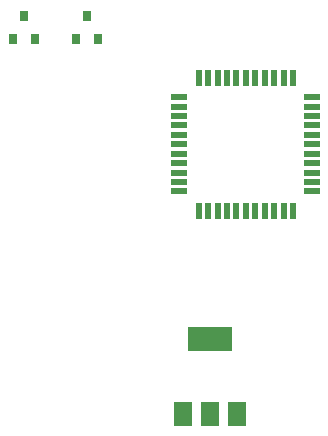
<source format=gbr>
G04 #@! TF.GenerationSoftware,KiCad,Pcbnew,(5.1.5)-3*
G04 #@! TF.CreationDate,2020-10-12T17:18:37+01:00*
G04 #@! TF.ProjectId,MSXPi1,4d535850-6931-42e6-9b69-6361645f7063,rev?*
G04 #@! TF.SameCoordinates,Original*
G04 #@! TF.FileFunction,Paste,Top*
G04 #@! TF.FilePolarity,Positive*
%FSLAX46Y46*%
G04 Gerber Fmt 4.6, Leading zero omitted, Abs format (unit mm)*
G04 Created by KiCad (PCBNEW (5.1.5)-3) date 2020-10-12 17:18:37*
%MOMM*%
%LPD*%
G04 APERTURE LIST*
%ADD10R,0.800000X0.900000*%
%ADD11R,1.500000X2.000000*%
%ADD12R,3.800000X2.000000*%
%ADD13R,0.508000X1.473200*%
%ADD14R,1.473200X0.508000*%
G04 APERTURE END LIST*
D10*
X98044000Y-81042000D03*
X98994000Y-83042000D03*
X97094000Y-83042000D03*
X103378000Y-81042000D03*
X104328000Y-83042000D03*
X102428000Y-83042000D03*
D11*
X111492000Y-114758000D03*
X116092000Y-114758000D03*
X113792000Y-114758000D03*
D12*
X113792000Y-108458000D03*
D13*
X120827800Y-86334600D03*
X120040400Y-86334600D03*
X119227600Y-86334600D03*
X118440200Y-86334600D03*
X117627400Y-86334600D03*
X116840000Y-86334600D03*
X116052600Y-86334600D03*
X115239800Y-86334600D03*
X114452400Y-86334600D03*
X113639600Y-86334600D03*
X112852200Y-86334600D03*
D14*
X111226600Y-87960200D03*
X111226600Y-88747600D03*
X111226600Y-89560400D03*
X111226600Y-90347800D03*
X111226600Y-91160600D03*
X111226600Y-91948000D03*
X111226600Y-92735400D03*
X111226600Y-93548200D03*
X111226600Y-94335600D03*
X111226600Y-95148400D03*
X111226600Y-95935800D03*
D13*
X112852200Y-97561400D03*
X113639600Y-97561400D03*
X114452400Y-97561400D03*
X115239800Y-97561400D03*
X116052600Y-97561400D03*
X116840000Y-97561400D03*
X117627400Y-97561400D03*
X118440200Y-97561400D03*
X119227600Y-97561400D03*
X120040400Y-97561400D03*
X120827800Y-97561400D03*
D14*
X122453400Y-95935800D03*
X122453400Y-95148400D03*
X122453400Y-94335600D03*
X122453400Y-93548200D03*
X122453400Y-92735400D03*
X122453400Y-91948000D03*
X122453400Y-91160600D03*
X122453400Y-90347800D03*
X122453400Y-89560400D03*
X122453400Y-88747600D03*
X122453400Y-87960200D03*
M02*

</source>
